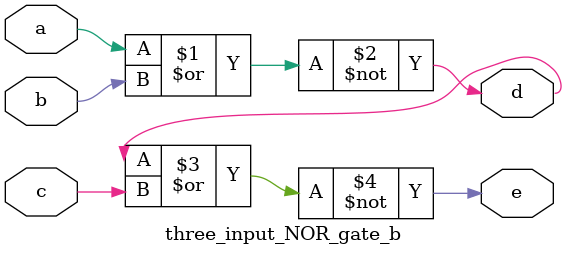
<source format=v>
`timescale 1ns / 1ps
module three_input_NOR_gate_b(
input a,
input b,
input c,
output d,
output e
    );
    assign d = ~(a|b);
    assign e = ~(d|c);
endmodule

</source>
